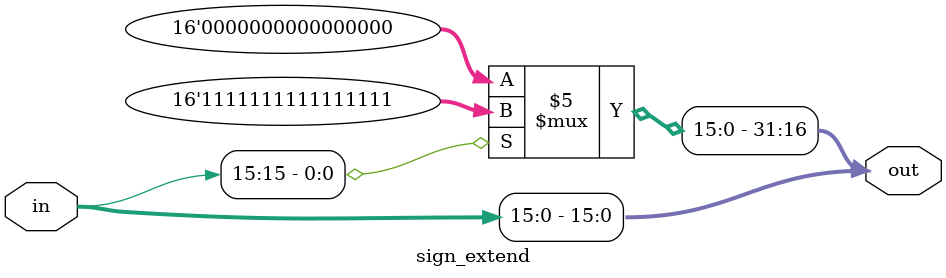
<source format=v>

module sign_extend(in, out);
	input [15:0]in;
	output [31:0]out;
	
	reg  [31:0]out;
	
	always@(in)
	 begin
	 if(in[15])begin
	    out[31:16]<=16'b1111111111111111;
		 out[15:0]<=in[15:0];
		 end
	else 
	   begin
	    out[31:16]<=16'b000000000000000;
		 out[15:0]<=in[15:0];
		 end
 end
	
endmodule

</source>
